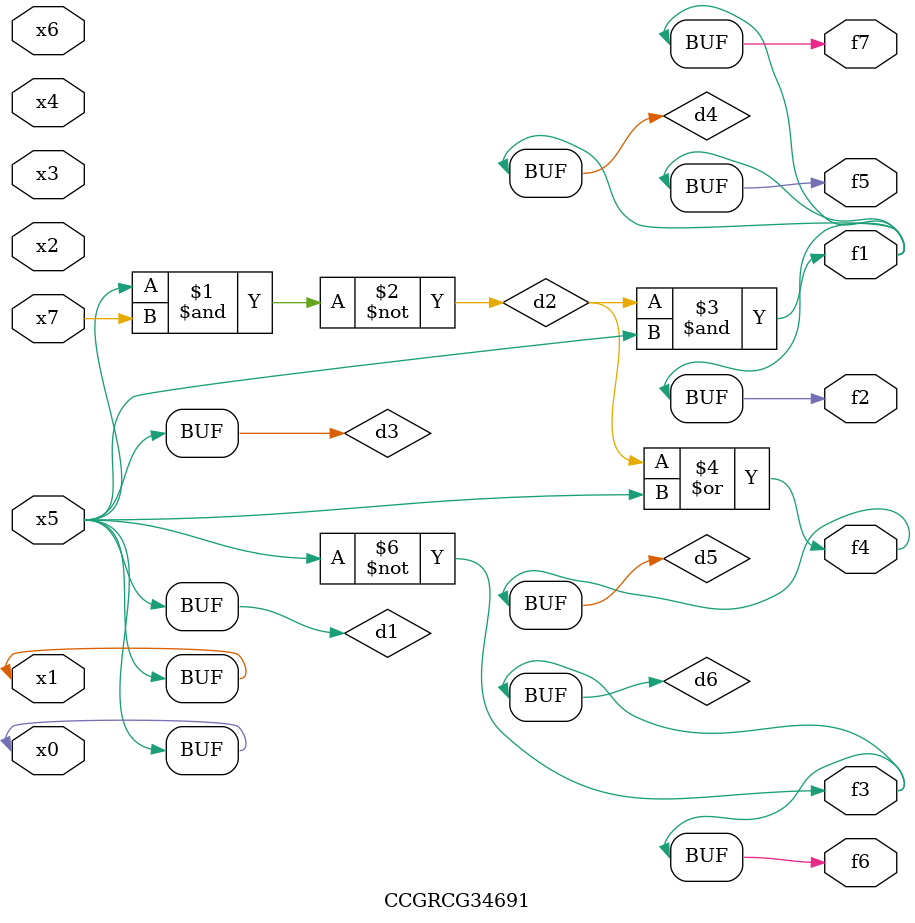
<source format=v>
module CCGRCG34691(
	input x0, x1, x2, x3, x4, x5, x6, x7,
	output f1, f2, f3, f4, f5, f6, f7
);

	wire d1, d2, d3, d4, d5, d6;

	buf (d1, x0, x5);
	nand (d2, x5, x7);
	buf (d3, x0, x1);
	and (d4, d2, d3);
	or (d5, d2, d3);
	nor (d6, d1, d3);
	assign f1 = d4;
	assign f2 = d4;
	assign f3 = d6;
	assign f4 = d5;
	assign f5 = d4;
	assign f6 = d6;
	assign f7 = d4;
endmodule

</source>
